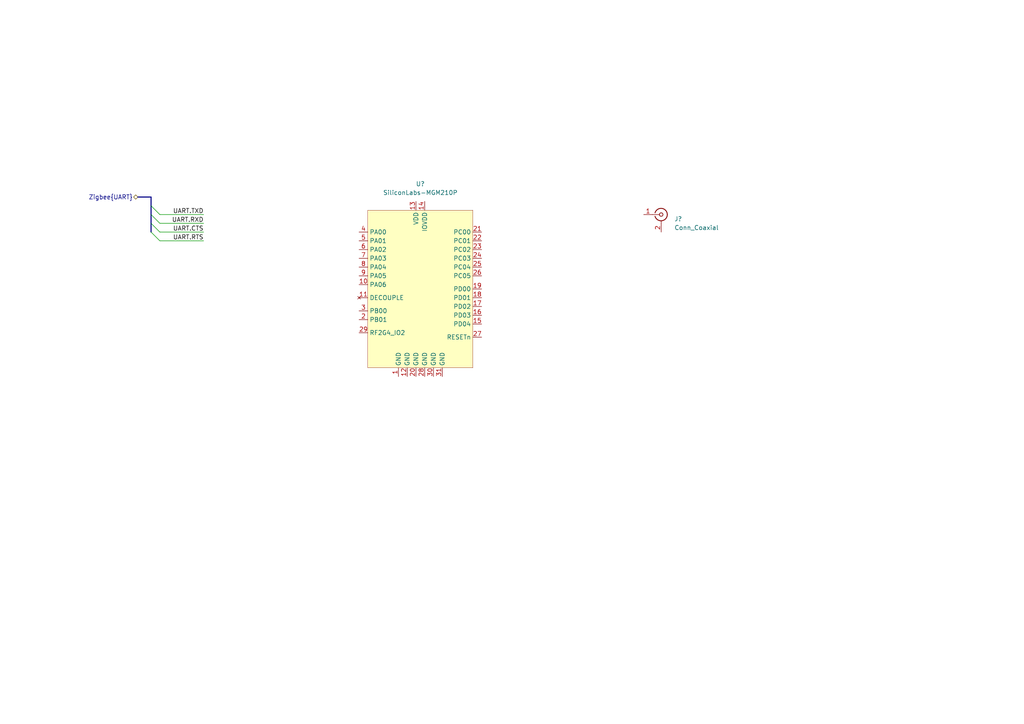
<source format=kicad_sch>
(kicad_sch (version 20201015) (generator eeschema)
  (paper "A4")
  (lib_symbols
    (symbol "Connector:Conn_Coaxial" (pin_names (offset 1.016) hide)
      (property "Reference" "J" (at 0.254 3.048 0))
      (property "Value" "Conn_Coaxial" (at 2.921 0 90))
      (symbol "Conn_Coaxial_0_1"
        (arc (start -1.778 0.508) (end 1.778 0) (radius (at -0.0508 0) (length 1.8034) (angles 163.6 0)) (stroke (width 0.254)))
        (arc (start 1.778 0) (end -1.778 -0.508) (radius (at -0.0254 0) (length 1.8034) (angles 0 -163.8)) (stroke (width 0.254)))
        (circle (center 0 0) (radius 0.508) (stroke (width 0.2032)))
        (polyline (pts (xy -2.54 0) (xy -0.508 0)))
        (polyline (pts (xy 0 -2.54) (xy 0 -1.778)))
      )
      (symbol "Conn_Coaxial_1_1"
        (pin passive line (at -5.08 0 0) (length 2.54) (name "In") (number "1"))
        (pin passive line (at 0 -5.08 90) (length 2.54) (name "Ext") (number "2"))
      )
    )
    (symbol "LightBlue:SiliconLabs-MGM210P"
      (property "Reference" "U" (at -13.97 24.13 0))
      (property "Value" "SiliconLabs-MGM210P" (at 19.05 -25.4 0))
      (symbol "SiliconLabs-MGM210P_0_1"
        (rectangle (start -15.24 22.86) (end 15.24 -22.86) (stroke (width 0.001)) (fill (type background)))
      )
      (symbol "SiliconLabs-MGM210P_1_1"
        (pin power_in line (at -6.35 -25.4 90) (length 2.54) (name "GND") (number "1"))
        (pin power_in line (at -3.81 -25.4 90) (length 2.54) (name "GND") (number "12"))
        (pin power_in line (at -1.27 -25.4 90) (length 2.54) (name "GND") (number "20"))
        (pin power_in line (at 1.27 -25.4 90) (length 2.54) (name "GND") (number "28"))
        (pin power_in line (at 3.81 -25.4 90) (length 2.54) (name "GND") (number "30"))
        (pin power_in line (at 6.35 -25.4 90) (length 2.54) (name "GND") (number "31"))
        (pin power_in line (at -1.27 25.4 270) (length 2.54) (name "VDD") (number "13"))
        (pin power_in line (at 1.27 25.4 270) (length 2.54) (name "IOVDD") (number "14"))
        (pin bidirectional line (at -17.78 16.51 0) (length 2.54) (name "PA00") (number "4"))
        (pin bidirectional line (at -17.78 13.97 0) (length 2.54) (name "PA01") (number "5"))
        (pin bidirectional line (at -17.78 11.43 0) (length 2.54) (name "PA02") (number "6"))
        (pin bidirectional line (at -17.78 8.89 0) (length 2.54) (name "PA03") (number "7"))
        (pin bidirectional line (at -17.78 6.35 0) (length 2.54) (name "PA04") (number "8"))
        (pin bidirectional line (at -17.78 3.81 0) (length 2.54) (name "PA05") (number "9"))
        (pin bidirectional line (at -17.78 1.27 0) (length 2.54) (name "PA06") (number "10"))
        (pin unconnected line (at -17.78 -2.54 0) (length 2.54) (name "DECOUPLE") (number "11"))
        (pin bidirectional line (at -17.78 -6.35 0) (length 2.54) (name "PB00") (number "3"))
        (pin bidirectional line (at -17.78 -8.89 0) (length 2.54) (name "PB01") (number "2"))
        (pin bidirectional line (at 17.78 16.51 180) (length 2.54) (name "PC00") (number "21"))
        (pin bidirectional line (at 17.78 13.97 180) (length 2.54) (name "PC01") (number "22"))
        (pin bidirectional line (at 17.78 11.43 180) (length 2.54) (name "PC02") (number "23"))
        (pin bidirectional line (at 17.78 8.89 180) (length 2.54) (name "PC03") (number "24"))
        (pin bidirectional line (at 17.78 6.35 180) (length 2.54) (name "PC04") (number "25"))
        (pin bidirectional line (at 17.78 3.81 180) (length 2.54) (name "PC05") (number "26"))
        (pin bidirectional line (at 17.78 -13.97 180) (length 2.54) (name "RESETn") (number "27"))
        (pin input line (at -17.78 -12.7 0) (length 2.54) (name "RF2G4_IO2") (number "29"))
        (pin bidirectional line (at 17.78 0 180) (length 2.54) (name "PD00") (number "19"))
        (pin bidirectional line (at 17.78 -2.54 180) (length 2.54) (name "PD01") (number "18"))
        (pin bidirectional line (at 17.78 -5.08 180) (length 2.54) (name "PD02") (number "17"))
        (pin bidirectional line (at 17.78 -7.62 180) (length 2.54) (name "PD03") (number "16"))
        (pin bidirectional line (at 17.78 -10.16 180) (length 2.54) (name "PD04") (number "15"))
      )
    )
  )
  (bus_entry (at 43.815 59.69) (size 2.54 2.54) (stroke (width 0.1524)))
  (bus_entry (at 43.815 62.23) (size 2.54 2.54) (stroke (width 0.1524)))
  (bus_entry (at 43.815 64.77) (size 2.54 2.54) (stroke (width 0.1524)))
  (bus_entry (at 43.815 67.31) (size 2.54 2.54) (stroke (width 0.1524)))
  (wire (pts (xy 59.055 62.23) (xy 46.355 62.23)))
  (wire (pts (xy 59.055 64.77) (xy 46.355 64.77)))
  (wire (pts (xy 59.055 67.31) (xy 46.355 67.31)))
  (wire (pts (xy 59.055 69.85) (xy 46.355 69.85)))
  (bus (pts (xy 40.005 57.15) (xy 43.815 57.15)))
  (bus (pts (xy 43.815 57.15) (xy 43.815 59.69)))
  (bus (pts (xy 43.815 59.69) (xy 43.815 62.23)))
  (bus (pts (xy 43.815 62.23) (xy 43.815 64.77)))
  (bus (pts (xy 43.815 64.77) (xy 43.815 67.31)))
  (label "UART.TXD" (at 59.055 62.23 180))
  (label "UART.RXD" (at 59.055 64.77 180))
  (label "UART.CTS" (at 59.055 67.31 180))
  (label "UART.RTS" (at 59.055 69.85 180))
  (hierarchical_label "Zigbee{UART}" (shape bidirectional) (at 40.005 57.15 180))
  (symbol (lib_id "Connector:Conn_Coaxial") (at 191.77 62.23 0) (unit 1)
    (property "Reference" "J?" (at 195.58 63.5 0) (effects (justify left)))
    (property "Value" "Conn_Coaxial" (at 195.58 66.04 0) (effects (justify left)))
    (property "Footprint" "Connector_Coaxial:U.FL_Hirose_U.FL-R-SMT-1_Vertical" (effects hide))
    (property "Datasheet" " ~" (effects hide))
  )
  (symbol (lib_id "LightBlue:SiliconLabs-MGM210P") (at 121.92 83.82 0) (unit 1)
    (property "Reference" "U?" (at 121.92 53.34 0))
    (property "Value" "SiliconLabs-MGM210P" (at 121.92 55.88 0))
    (property "Footprint" "LightBlue:SiliconLabs_MGM210P" (effects hide))
    (property "Datasheet" "https://www.silabs.com/documents/public/data-sheets/mgm210p-datasheet.pdf" (effects hide))
  )
)
</source>
